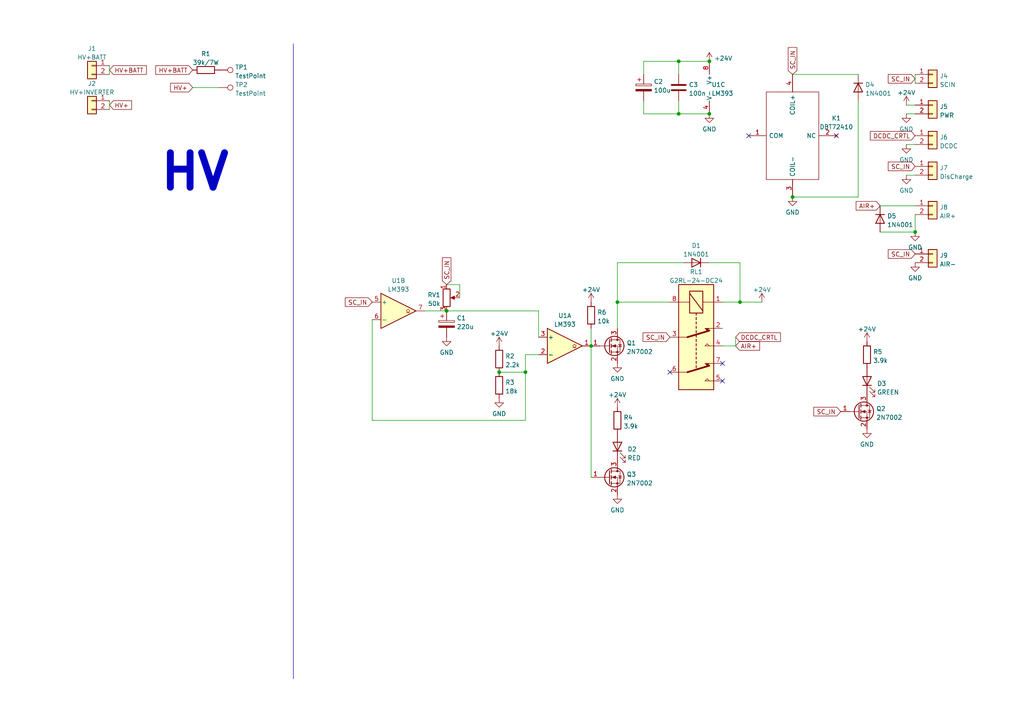
<source format=kicad_sch>
(kicad_sch (version 20230121) (generator eeschema)
  (paper "A4")
  (lib_symbols
    (symbol "Comparator:LM393" (pin_names (offset 0.127))
      (property "Reference" "U" (at 3.81 3.81 0))
      (property "Value" "LM393" (at 6.35 -3.81 0))
      (symbol "LM393_1_1"
        (polyline (pts (xy -5.08 5.08) (xy 5.08 0) (xy -5.08 -5.08) (xy -5.08 5.08)) (stroke (width 0.254)) (fill (type background)))
        (polyline (pts (xy 3.302 -0.508) (xy 2.794 -0.508) (xy 3.302 0) (xy 2.794 0.508) (xy 2.286 0) (xy 2.794 -0.508) (xy 2.286 -0.508)) (stroke (width 0.127)))
        (pin open_collector line (at 7.62 0 180) (length 2.54) (name "~") (number "1"))
        (pin input line (at -7.62 -2.54 0) (length 2.54) (name "-") (number "2"))
        (pin input line (at -7.62 2.54 0) (length 2.54) (name "+") (number "3"))
      )
      (symbol "LM393_2_1"
        (polyline (pts (xy -5.08 5.08) (xy 5.08 0) (xy -5.08 -5.08) (xy -5.08 5.08)) (stroke (width 0.254)) (fill (type background)))
        (polyline (pts (xy 3.302 -0.508) (xy 2.794 -0.508) (xy 3.302 0) (xy 2.794 0.508) (xy 2.286 0) (xy 2.794 -0.508) (xy 2.286 -0.508)) (stroke (width 0.127)))
        (pin input line (at -7.62 2.54 0) (length 2.54) (name "+") (number "5"))
        (pin input line (at -7.62 -2.54 0) (length 2.54) (name "-") (number "6"))
        (pin open_collector line (at 7.62 0 180) (length 2.54) (name "~") (number "7"))
      )
      (symbol "LM393_3_1"
        (pin power_in line (at -2.54 -7.62 90) (length 3.81) (name "V-") (number "4"))
        (pin power_in line (at -2.54 7.62 270) (length 3.81) (name "V+") (number "8"))
      )
    )
    (symbol "Connector:TestPoint" (pin_numbers hide) (pin_names (offset 0.762) hide)
      (property "Reference" "TP" (at 0 6.858 0))
      (property "Value" "TestPoint" (at 0 5.08 0))
      (symbol "TestPoint_0_1"
        (circle (center 0 3.302) (radius 0.762))
      )
      (symbol "TestPoint_1_1"
        (pin passive line (at 0 0 90) (length 2.54) (name "1") (number "1"))
      )
    )
    (symbol "Connector_Generic:Conn_01x02" (pin_names (offset 1.016) hide)
      (property "Reference" "J" (at 0 2.54 0))
      (property "Value" "Conn_01x02" (at 0 -5.08 0))
      (symbol "Conn_01x02_1_1"
        (rectangle (start -1.27 -2.413) (end 0 -2.667) (stroke (width 0.1524)))
        (rectangle (start -1.27 0.127) (end 0 -0.127) (stroke (width 0.1524)))
        (rectangle (start -1.27 1.27) (end 1.27 -3.81) (stroke (width 0.254)) (fill (type background)))
        (pin passive line (at -5.08 0 0) (length 3.81) (name "Pin_1") (number "1"))
        (pin passive line (at -5.08 -2.54 0) (length 3.81) (name "Pin_2") (number "2"))
      )
    )
    (symbol "Device:C" (pin_numbers hide) (pin_names (offset 0.254))
      (property "Reference" "C" (at 0.635 2.54 0))
      (property "Value" "C" (at 0.635 -2.54 0))
      (symbol "C_0_1"
        (polyline (pts (xy -2.032 -0.762) (xy 2.032 -0.762)) (stroke (width 0.508)))
        (polyline (pts (xy -2.032 0.762) (xy 2.032 0.762)) (stroke (width 0.508)))
      )
      (symbol "C_1_1"
        (pin passive line (at 0 3.81 270) (length 2.794) (name "~") (number "1"))
        (pin passive line (at 0 -3.81 90) (length 2.794) (name "~") (number "2"))
      )
    )
    (symbol "Device:C_Polarized" (pin_numbers hide) (pin_names (offset 0.254))
      (property "Reference" "C" (at 0.635 2.54 0))
      (property "Value" "C_Polarized" (at 0.635 -2.54 0))
      (symbol "C_Polarized_0_1"
        (rectangle (start -2.286 0.508) (end 2.286 1.016))
        (polyline (pts (xy -1.778 2.286) (xy -0.762 2.286)))
        (polyline (pts (xy -1.27 2.794) (xy -1.27 1.778)))
        (rectangle (start 2.286 -0.508) (end -2.286 -1.016) (fill (type outline)))
      )
      (symbol "C_Polarized_1_1"
        (pin passive line (at 0 3.81 270) (length 2.794) (name "~") (number "1"))
        (pin passive line (at 0 -3.81 90) (length 2.794) (name "~") (number "2"))
      )
    )
    (symbol "Device:D" (pin_numbers hide) (pin_names (offset 1.016) hide)
      (property "Reference" "D" (at 0 2.54 0))
      (property "Value" "D" (at 0 -2.54 0))
      (symbol "D_0_1"
        (polyline (pts (xy -1.27 1.27) (xy -1.27 -1.27)) (stroke (width 0.254)))
        (polyline (pts (xy 1.27 0) (xy -1.27 0)))
        (polyline (pts (xy 1.27 1.27) (xy 1.27 -1.27) (xy -1.27 0) (xy 1.27 1.27)) (stroke (width 0.254)))
      )
      (symbol "D_1_1"
        (pin passive line (at -3.81 0 0) (length 2.54) (name "K") (number "1"))
        (pin passive line (at 3.81 0 180) (length 2.54) (name "A") (number "2"))
      )
    )
    (symbol "Device:LED" (pin_numbers hide) (pin_names (offset 1.016) hide)
      (property "Reference" "D" (at 0 2.54 0))
      (property "Value" "LED" (at 0 -2.54 0))
      (symbol "LED_0_1"
        (polyline (pts (xy -1.27 -1.27) (xy -1.27 1.27)) (stroke (width 0.254)))
        (polyline (pts (xy -1.27 0) (xy 1.27 0)))
        (polyline (pts (xy 1.27 -1.27) (xy 1.27 1.27) (xy -1.27 0) (xy 1.27 -1.27)) (stroke (width 0.254)))
        (polyline (pts (xy -3.048 -0.762) (xy -4.572 -2.286) (xy -3.81 -2.286) (xy -4.572 -2.286) (xy -4.572 -1.524)))
        (polyline (pts (xy -1.778 -0.762) (xy -3.302 -2.286) (xy -2.54 -2.286) (xy -3.302 -2.286) (xy -3.302 -1.524)))
      )
      (symbol "LED_1_1"
        (pin passive line (at -3.81 0 0) (length 2.54) (name "K") (number "1"))
        (pin passive line (at 3.81 0 180) (length 2.54) (name "A") (number "2"))
      )
    )
    (symbol "Device:R" (pin_numbers hide) (pin_names (offset 0))
      (property "Reference" "R" (at 2.032 0 90))
      (property "Value" "R" (at 0 0 90))
      (symbol "R_0_1"
        (rectangle (start -1.016 -2.54) (end 1.016 2.54) (stroke (width 0.254)))
      )
      (symbol "R_1_1"
        (pin passive line (at 0 3.81 270) (length 1.27) (name "~") (number "1"))
        (pin passive line (at 0 -3.81 90) (length 1.27) (name "~") (number "2"))
      )
    )
    (symbol "Device:R_Potentiometer" (pin_names (offset 1.016) hide)
      (property "Reference" "RV" (at -4.445 0 90))
      (property "Value" "R_Potentiometer" (at -2.54 0 90))
      (symbol "R_Potentiometer_0_1"
        (polyline (pts (xy 2.54 0) (xy 1.524 0)))
        (polyline (pts (xy 1.143 0) (xy 2.286 0.508) (xy 2.286 -0.508) (xy 1.143 0)) (fill (type outline)))
        (rectangle (start 1.016 2.54) (end -1.016 -2.54) (stroke (width 0.254)))
      )
      (symbol "R_Potentiometer_1_1"
        (pin passive line (at 0 3.81 270) (length 1.27) (name "1") (number "1"))
        (pin passive line (at 3.81 0 180) (length 1.27) (name "2") (number "2"))
        (pin passive line (at 0 -3.81 90) (length 1.27) (name "3") (number "3"))
      )
    )
    (symbol "Relay:G2RL-24-DC24"
      (property "Reference" "RL" (at 16.51 3.81 0))
      (property "Value" "G2RL-24-DC24" (at 16.51 1.27 0))
      (symbol "G2RL-24-DC24_0_1"
        (rectangle (start -15.24 5.08) (end 15.24 -5.08) (stroke (width 0.254)) (fill (type background)))
        (rectangle (start -13.335 1.905) (end -6.985 -1.905) (stroke (width 0.254)))
        (polyline (pts (xy -12.7 -1.905) (xy -7.62 1.905)) (stroke (width 0.254)))
        (polyline (pts (xy -10.16 -5.08) (xy -10.16 -1.905)))
        (polyline (pts (xy -10.16 5.08) (xy -10.16 1.905)))
        (polyline (pts (xy -6.985 0) (xy -6.35 0)) (stroke (width 0.254)))
        (polyline (pts (xy -5.715 0) (xy -5.08 0)) (stroke (width 0.254)))
        (polyline (pts (xy -4.445 0) (xy -3.81 0)) (stroke (width 0.254)))
        (polyline (pts (xy -3.175 0) (xy -2.54 0)) (stroke (width 0.254)))
        (polyline (pts (xy -1.905 0) (xy -1.27 0)) (stroke (width 0.254)))
        (polyline (pts (xy -0.635 0) (xy 0 0)) (stroke (width 0.254)))
        (polyline (pts (xy 0 -2.54) (xy -1.905 3.81)) (stroke (width 0.508)))
        (polyline (pts (xy 0 -2.54) (xy 0 -5.08)))
        (polyline (pts (xy 0.635 0) (xy 1.27 0)) (stroke (width 0.254)))
        (polyline (pts (xy 1.905 0) (xy 2.54 0)) (stroke (width 0.254)))
        (polyline (pts (xy 3.175 0) (xy 3.81 0)) (stroke (width 0.254)))
        (polyline (pts (xy 4.445 0) (xy 5.08 0)) (stroke (width 0.254)))
        (polyline (pts (xy 5.715 0) (xy 6.35 0)) (stroke (width 0.254)))
        (polyline (pts (xy 6.985 0) (xy 7.62 0)) (stroke (width 0.254)))
        (polyline (pts (xy 8.255 0) (xy 8.89 0)) (stroke (width 0.254)))
        (polyline (pts (xy 10.16 -2.54) (xy 8.255 3.81)) (stroke (width 0.508)))
        (polyline (pts (xy 10.16 -2.54) (xy 10.16 -5.08)))
        (polyline (pts (xy -2.54 5.08) (xy -2.54 2.54) (xy -1.905 3.175) (xy -2.54 3.81)) (fill (type outline)))
        (polyline (pts (xy 2.54 5.08) (xy 2.54 2.54) (xy 1.905 3.175) (xy 2.54 3.81)))
        (polyline (pts (xy 7.62 5.08) (xy 7.62 2.54) (xy 8.255 3.175) (xy 7.62 3.81)) (fill (type outline)))
        (polyline (pts (xy 12.7 5.08) (xy 12.7 2.54) (xy 12.065 3.175) (xy 12.7 3.81)))
      )
      (symbol "G2RL-24-DC24_1_1"
        (pin passive line (at -10.16 7.62 270) (length 2.54) (name "~") (number "1"))
        (pin passive line (at -2.54 7.62 270) (length 2.54) (name "~") (number "2"))
        (pin passive line (at 0 -7.62 90) (length 2.54) (name "~") (number "3"))
        (pin passive line (at 2.54 7.62 270) (length 2.54) (name "~") (number "4"))
        (pin passive line (at 12.7 7.62 270) (length 2.54) (name "~") (number "5"))
        (pin passive line (at 10.16 -7.62 90) (length 2.54) (name "~") (number "6"))
        (pin passive line (at 7.62 7.62 270) (length 2.54) (name "~") (number "7"))
        (pin passive line (at -10.16 -7.62 90) (length 2.54) (name "~") (number "8"))
      )
    )
    (symbol "SamacSys_Parts:DBT72410" (pin_names (offset 0.762))
      (property "Reference" "K" (at 21.59 17.78 0))
      (property "Value" "DBT72410" (at 21.59 15.24 0))
      (symbol "DBT72410_0_0"
        (pin passive line (at 0 0 0) (length 5.08) (name "COM") (number "1"))
        (pin no_connect line (at 25.4 0 180) (length 5.08) (name "NC") (number "2"))
        (pin passive line (at 12.7 -17.78 90) (length 5.08) (name "COIL-") (number "3"))
        (pin passive line (at 12.7 17.78 270) (length 5.08) (name "COIL+") (number "4"))
      )
      (symbol "DBT72410_0_1"
        (polyline (pts (xy 5.08 12.7) (xy 20.32 12.7) (xy 20.32 -12.7) (xy 5.08 -12.7) (xy 5.08 12.7)) (stroke (width 0.1524)))
      )
    )
    (symbol "Transistor_FET:2N7002" (pin_names hide)
      (property "Reference" "Q" (at 5.08 1.905 0))
      (property "Value" "2N7002" (at 5.08 0 0))
      (symbol "2N7002_0_1"
        (polyline (pts (xy 0.254 0) (xy -2.54 0)))
        (polyline (pts (xy 0.254 1.905) (xy 0.254 -1.905)) (stroke (width 0.254)))
        (polyline (pts (xy 0.762 -1.27) (xy 0.762 -2.286)) (stroke (width 0.254)))
        (polyline (pts (xy 0.762 0.508) (xy 0.762 -0.508)) (stroke (width 0.254)))
        (polyline (pts (xy 0.762 2.286) (xy 0.762 1.27)) (stroke (width 0.254)))
        (polyline (pts (xy 2.54 2.54) (xy 2.54 1.778)))
        (polyline (pts (xy 2.54 -2.54) (xy 2.54 0) (xy 0.762 0)))
        (polyline (pts (xy 0.762 -1.778) (xy 3.302 -1.778) (xy 3.302 1.778) (xy 0.762 1.778)))
        (polyline (pts (xy 1.016 0) (xy 2.032 0.381) (xy 2.032 -0.381) (xy 1.016 0)) (fill (type outline)))
        (polyline (pts (xy 2.794 0.508) (xy 2.921 0.381) (xy 3.683 0.381) (xy 3.81 0.254)))
        (polyline (pts (xy 3.302 0.381) (xy 2.921 -0.254) (xy 3.683 -0.254) (xy 3.302 0.381)))
        (circle (center 1.651 0) (radius 2.794) (stroke (width 0.254)))
        (circle (center 2.54 -1.778) (radius 0.254) (fill (type outline)))
        (circle (center 2.54 1.778) (radius 0.254) (fill (type outline)))
      )
      (symbol "2N7002_1_1"
        (pin input line (at -5.08 0 0) (length 2.54) (name "G") (number "1"))
        (pin passive line (at 2.54 -5.08 90) (length 2.54) (name "S") (number "2"))
        (pin passive line (at 2.54 5.08 270) (length 2.54) (name "D") (number "3"))
      )
    )
    (symbol "power:+24V" (power) (pin_names (offset 0))
      (property "Value" "+24V" (at 0 3.556 0))
      (symbol "+24V_0_1"
        (polyline (pts (xy -0.762 1.27) (xy 0 2.54)))
        (polyline (pts (xy 0 0) (xy 0 2.54)))
        (polyline (pts (xy 0 2.54) (xy 0.762 1.27)))
      )
      (symbol "+24V_1_1"
        (pin power_in line (at 0 0 90) (length 0) hide (name "+24V") (number "1"))
      )
    )
    (symbol "power:GND" (power) (pin_names (offset 0))
      (property "Value" "GND" (at 0 -3.81 0))
      (symbol "GND_0_1"
        (polyline (pts (xy 0 0) (xy 0 -1.27) (xy 1.27 -1.27) (xy 0 -2.54) (xy -1.27 -1.27) (xy 0 -1.27)))
      )
      (symbol "GND_1_1"
        (pin power_in line (at 0 0 270) (length 0) hide (name "GND") (number "1"))
      )
    )
  )
  (junction (at 129.54 90.17))
  (junction (at 179.07 87.63))
  (junction (at 152.4 107.95))
  (junction (at 229.87 57.15))
  (junction (at 205.74 33.02))
  (junction (at 196.85 17.78))
  (junction (at 144.78 107.95))
  (junction (at 214.63 87.63))
  (junction (at 205.74 17.78))
  (junction (at 265.43 67.31))
  (junction (at 196.85 33.02))
  (junction (at 171.45 100.33))
  (no_connect (at 209.55 110.49))
  (no_connect (at 242.57 39.37))
  (no_connect (at 217.17 39.37))
  (no_connect (at 194.31 107.95))
  (no_connect (at 209.55 105.41))
  (wire (pts (xy 248.92 57.15) (xy 229.87 57.15)))
  (wire (pts (xy 179.07 87.63) (xy 179.07 95.25)))
  (wire (pts (xy 31.75 29.21) (xy 31.75 31.75)))
  (wire (pts (xy 107.95 121.92) (xy 107.95 92.71)))
  (wire (pts (xy 229.87 21.59) (xy 248.92 21.59)))
  (wire (pts (xy 152.4 102.87) (xy 156.21 102.87)))
  (wire (pts (xy 156.21 90.17) (xy 129.54 90.17)))
  (wire (pts (xy 198.12 76.2) (xy 179.07 76.2)))
  (wire (pts (xy 186.69 21.59) (xy 186.69 17.78)))
  (wire (pts (xy 194.31 87.63) (xy 179.07 87.63)))
  (wire (pts (xy 152.4 121.92) (xy 107.95 121.92)))
  (polyline (pts (xy 85.09 12.7) (xy 85.09 196.85)))
  (wire (pts (xy 31.75 19.05) (xy 31.75 21.59)))
  (wire (pts (xy 262.89 30.48) (xy 265.43 30.48)))
  (wire (pts (xy 179.07 76.2) (xy 179.07 87.63)))
  (wire (pts (xy 171.45 100.33) (xy 171.45 138.43)))
  (wire (pts (xy 262.89 41.91) (xy 265.43 41.91)))
  (wire (pts (xy 265.43 21.59) (xy 265.43 24.13)))
  (wire (pts (xy 133.35 82.55) (xy 129.54 82.55)))
  (wire (pts (xy 213.36 100.33) (xy 209.55 100.33)))
  (wire (pts (xy 213.36 97.79) (xy 213.36 100.33)))
  (wire (pts (xy 186.69 29.21) (xy 186.69 33.02)))
  (wire (pts (xy 196.85 17.78) (xy 205.74 17.78)))
  (wire (pts (xy 196.85 21.59) (xy 196.85 17.78)))
  (wire (pts (xy 186.69 33.02) (xy 196.85 33.02)))
  (wire (pts (xy 196.85 29.21) (xy 196.85 33.02)))
  (wire (pts (xy 248.92 29.21) (xy 248.92 57.15)))
  (wire (pts (xy 196.85 33.02) (xy 205.74 33.02)))
  (wire (pts (xy 214.63 87.63) (xy 209.55 87.63)))
  (wire (pts (xy 265.43 62.23) (xy 265.43 67.31)))
  (wire (pts (xy 152.4 102.87) (xy 152.4 107.95)))
  (wire (pts (xy 262.89 50.8) (xy 265.43 50.8)))
  (wire (pts (xy 205.74 76.2) (xy 214.63 76.2)))
  (wire (pts (xy 152.4 107.95) (xy 152.4 121.92)))
  (wire (pts (xy 220.98 87.63) (xy 214.63 87.63)))
  (wire (pts (xy 55.88 25.4) (xy 63.5 25.4)))
  (wire (pts (xy 123.19 90.17) (xy 129.54 90.17)))
  (wire (pts (xy 255.27 59.69) (xy 265.43 59.69)))
  (wire (pts (xy 186.69 17.78) (xy 196.85 17.78)))
  (wire (pts (xy 133.35 86.36) (xy 133.35 82.55)))
  (wire (pts (xy 171.45 95.25) (xy 171.45 100.33)))
  (wire (pts (xy 144.78 107.95) (xy 152.4 107.95)))
  (wire (pts (xy 255.27 67.31) (xy 265.43 67.31)))
  (wire (pts (xy 262.89 33.02) (xy 265.43 33.02)))
  (wire (pts (xy 156.21 97.79) (xy 156.21 90.17)))
  (wire (pts (xy 214.63 76.2) (xy 214.63 87.63)))
  (text "HV" (at 45.72 55.88 0) (effects (font (size 10 10) (thickness 2) bold) (justify left bottom)))
  (global_label "SC_IN" (shape input) (at 107.95 87.63 180) (property "Intersheetrefs" "${INTERSHEET_REFS}" (effects hide)))
  (global_label "SC_IN" (shape input) (at 243.84 119.38 180) (property "Intersheetrefs" "${INTERSHEET_REFS}" (effects hide)))
  (global_label "SC_IN" (shape input) (at 265.43 73.66 180) (property "Intersheetrefs" "${INTERSHEET_REFS}" (effects hide)))
  (global_label "SC_IN" (shape input) (at 129.54 82.55 90) (property "Intersheetrefs" "${INTERSHEET_REFS}" (effects hide)))
  (global_label "SC_IN" (shape input) (at 194.31 97.79 180) (property "Intersheetrefs" "${INTERSHEET_REFS}" (effects hide)))
  (global_label "HV+BATT" (shape input) (at 55.88 20.32 180) (property "Intersheetrefs" "${INTERSHEET_REFS}" (effects hide)))
  (global_label "DCDC_CRTL" (shape input) (at 213.36 97.79 0) (property "Intersheetrefs" "${INTERSHEET_REFS}" (effects hide)))
  (global_label "HV+" (shape input) (at 55.88 25.4 180) (property "Intersheetrefs" "${INTERSHEET_REFS}" (effects hide)))
  (global_label "HV+BATT" (shape input) (at 31.75 20.32 0) (property "Intersheetrefs" "${INTERSHEET_REFS}" (effects hide)))
  (global_label "SC_IN" (shape input) (at 265.43 22.86 180) (property "Intersheetrefs" "${INTERSHEET_REFS}" (effects hide)))
  (global_label "SC_IN" (shape input) (at 229.87 21.59 90) (property "Intersheetrefs" "${INTERSHEET_REFS}" (effects hide)))
  (global_label "DCDC_CRTL" (shape input) (at 265.43 39.37 180) (property "Intersheetrefs" "${INTERSHEET_REFS}" (effects hide)))
  (global_label "SC_IN" (shape input) (at 265.43 48.26 180) (property "Intersheetrefs" "${INTERSHEET_REFS}" (effects hide)))
  (global_label "AIR+" (shape input) (at 255.27 59.69 180) (property "Intersheetrefs" "${INTERSHEET_REFS}" (effects hide)))
  (global_label "HV+" (shape input) (at 31.75 30.48 0) (property "Intersheetrefs" "${INTERSHEET_REFS}" (effects hide)))
  (global_label "AIR+" (shape input) (at 213.36 100.33 0) (property "Intersheetrefs" "${INTERSHEET_REFS}" (effects hide)))
  (symbol (lib_id "Transistor_FET:2N7002") (at 176.53 138.43 0) (unit 1)
    (property "Reference" "Q3" (at 181.737 137.5953 0) (effects (justify left)))
    (property "Value" "2N7002" (at 181.737 140.1322 0) (effects (justify left)))
    (property "Footprint" "Package_TO_SOT_SMD:SOT-23" (effects hide))
    (property "Datasheet" "https://www.onsemi.com/pub/Collateral/NDS7002A-D.PDF" (effects hide))
  )
  (symbol (lib_id "power:GND") (at 262.89 41.91 0) (unit 1)
    (property "Reference" "#PWR0103" (effects hide))
    (property "Value" "GND" (at 262.89 46.3534 0))
  )
  (symbol (lib_id "power:GND") (at 251.46 124.46 0) (unit 1)
    (property "Reference" "#PWR0116" (effects hide))
    (property "Value" "GND" (at 251.46 128.9034 0))
  )
  (symbol (lib_id "Device:R") (at 59.69 20.32 90) (unit 1)
    (property "Reference" "R1" (at 59.69 15.6042 90))
    (property "Value" "39k/7W" (at 59.69 18.1411 90))
    (property "Footprint" "SamacSys_Parts:RESM24595X990N" (effects hide))
  )
  (symbol (lib_id "Device:D") (at 248.92 25.4 90) (mirror x) (unit 1)
    (property "Reference" "D4" (at 250.952 24.5653 90) (effects (justify right)))
    (property "Value" "1N4001" (at 250.952 27.1022 90) (effects (justify right)))
    (property "Footprint" "Diode_THT:D_DO-41_SOD81_P10.16mm_Horizontal" (effects hide))
  )
  (symbol (lib_id "SamacSys_Parts:DBT72410") (at 217.17 39.37 0) (unit 1)
    (property "Reference" "K1" (at 242.57 34.2931 0))
    (property "Value" "DBT72410" (at 242.57 36.83 0))
    (property "Footprint" "SamacSys_Parts:DBT72410" (effects hide))
    (property "Datasheet" "https://www.cynergy3.com/sites/default/files/cynergy3-d-pcb-v3.pdf" (effects hide))
    (property "Description" "SPST-NC Reed Relay, 2 A, 24V dc" (effects hide))
    (property "Height" "18.5" (effects hide))
    (property "Manufacturer_Name" "Cynergy3" (effects hide))
    (property "Manufacturer_Part_Number" "DBT72410" (effects hide))
  )
  (symbol (lib_id "power:+24V") (at 171.45 87.63 0) (unit 1)
    (property "Reference" "#PWR0119" (effects hide))
    (property "Value" "+24V" (at 171.45 84.0542 0))
  )
  (symbol (lib_id "Connector_Generic:Conn_01x02") (at 270.51 39.37 0) (unit 1)
    (property "Reference" "J6" (at 272.542 39.8053 0) (effects (justify left)))
    (property "Value" "DCDC" (at 272.542 42.3422 0) (effects (justify left)))
    (property "Footprint" "SamacSys_Parts:DF33C2P33DSA24" (effects hide))
  )
  (symbol (lib_id "Comparator:LM393") (at 208.28 25.4 0) (unit 3)
    (property "Reference" "U1" (at 206.375 24.5653 0) (effects (justify left)))
    (property "Value" "LM393" (at 206.375 27.1022 0) (effects (justify left)))
    (property "Footprint" "Package_SO:SOIC-8_3.9x4.9mm_P1.27mm" (effects hide))
    (property "Datasheet" "http://www.ti.com/lit/ds/symlink/lm393.pdf" (effects hide))
  )
  (symbol (lib_id "power:+24V") (at 251.46 99.06 0) (unit 1)
    (property "Reference" "#PWR0111" (effects hide))
    (property "Value" "+24V" (at 251.46 95.4842 0))
  )
  (symbol (lib_id "power:GND") (at 229.87 57.15 0) (unit 1)
    (property "Reference" "#PWR0104" (effects hide))
    (property "Value" "GND" (at 229.87 61.5934 0))
  )
  (symbol (lib_id "Connector:TestPoint") (at 63.5 25.4 270) (unit 1)
    (property "Reference" "TP2" (at 68.199 24.5653 90) (effects (justify left)))
    (property "Value" "TestPoint" (at 68.199 27.1022 90) (effects (justify left)))
    (property "Footprint" "TestPoint:TestPoint_Loop_D2.50mm_Drill1.85mm" (effects hide))
  )
  (symbol (lib_id "Comparator:LM393") (at 163.83 100.33 0) (unit 1)
    (property "Reference" "U1" (at 163.83 91.5502 0))
    (property "Value" "LM393" (at 163.83 94.0871 0))
    (property "Footprint" "Package_SO:SOIC-8_3.9x4.9mm_P1.27mm" (effects hide))
    (property "Datasheet" "http://www.ti.com/lit/ds/symlink/lm393.pdf" (effects hide))
  )
  (symbol (lib_id "Connector_Generic:Conn_01x02") (at 270.51 59.69 0) (unit 1)
    (property "Reference" "J8" (at 272.542 60.1253 0) (effects (justify left)))
    (property "Value" "AIR+" (at 272.542 62.6622 0) (effects (justify left)))
    (property "Footprint" "SamacSys_Parts:DF33C2P33DSA24" (effects hide))
  )
  (symbol (lib_id "power:GND") (at 205.74 33.02 0) (unit 1)
    (property "Reference" "#PWR0102" (effects hide))
    (property "Value" "GND" (at 205.74 37.4634 0))
  )
  (symbol (lib_id "power:+24V") (at 205.74 17.78 0) (mirror y) (unit 1)
    (property "Reference" "#PWR0101" (effects hide))
    (property "Value" "+24V" (at 207.137 16.9438 0) (effects (justify right)))
  )
  (symbol (lib_id "Device:R") (at 144.78 111.76 0) (unit 1)
    (property "Reference" "R3" (at 146.558 110.9253 0) (effects (justify left)))
    (property "Value" "18k" (at 146.558 113.4622 0) (effects (justify left)))
    (property "Footprint" "Resistor_SMD:R_0805_2012Metric_Pad1.20x1.40mm_HandSolder" (effects hide))
  )
  (symbol (lib_id "Device:D") (at 201.93 76.2 180) (unit 1)
    (property "Reference" "D1" (at 201.93 71.2302 0))
    (property "Value" "1N4001" (at 201.93 73.7671 0))
    (property "Footprint" "Diode_THT:D_DO-41_SOD81_P10.16mm_Horizontal" (effects hide))
  )
  (symbol (lib_id "power:GND") (at 179.07 143.51 0) (unit 1)
    (property "Reference" "#PWR0112" (effects hide))
    (property "Value" "GND" (at 179.07 147.9534 0))
  )
  (symbol (lib_id "Connector_Generic:Conn_01x02") (at 270.51 73.66 0) (unit 1)
    (property "Reference" "J9" (at 272.542 74.0953 0) (effects (justify left)))
    (property "Value" "AIR-" (at 272.542 76.6322 0) (effects (justify left)))
    (property "Footprint" "SamacSys_Parts:DF33C2P33DSA24" (effects hide))
  )
  (symbol (lib_id "Connector_Generic:Conn_01x02") (at 26.67 19.05 0) (mirror y) (unit 1)
    (property "Reference" "J1" (at 26.67 14.0802 0))
    (property "Value" "HV+BATT" (at 26.67 16.6171 0))
    (property "Footprint" "SamacSys_Parts:DF33C2P33DSA24" (effects hide))
  )
  (symbol (lib_id "Device:LED") (at 179.07 129.54 90) (unit 1)
    (property "Reference" "D2" (at 181.991 130.2928 90) (effects (justify right)))
    (property "Value" "RED" (at 181.991 132.8297 90) (effects (justify right)))
    (property "Footprint" "LED_SMD:LED_0805_2012Metric_Pad1.15x1.40mm_HandSolder" (effects hide))
  )
  (symbol (lib_id "Device:R_Potentiometer") (at 129.54 86.36 0) (unit 1)
    (property "Reference" "RV1" (at 127.7621 85.5253 0) (effects (justify right)))
    (property "Value" "50k" (at 127.7621 88.0622 0) (effects (justify right)))
    (property "Footprint" "Potentiometer_THT:Potentiometer_Bourns_3386P_Vertical" (effects hide))
  )
  (symbol (lib_id "power:+24V") (at 179.07 118.11 0) (unit 1)
    (property "Reference" "#PWR0115" (effects hide))
    (property "Value" "+24V" (at 179.07 114.5342 0))
  )
  (symbol (lib_id "power:GND") (at 144.78 115.57 0) (unit 1)
    (property "Reference" "#PWR0110" (effects hide))
    (property "Value" "GND" (at 144.78 120.0134 0))
  )
  (symbol (lib_id "Comparator:LM393") (at 115.57 90.17 0) (unit 2)
    (property "Reference" "U1" (at 115.57 81.3902 0))
    (property "Value" "LM393" (at 115.57 83.9271 0))
    (property "Footprint" "Package_SO:SOIC-8_3.9x4.9mm_P1.27mm" (effects hide))
    (property "Datasheet" "http://www.ti.com/lit/ds/symlink/lm393.pdf" (effects hide))
  )
  (symbol (lib_id "Relay:G2RL-24-DC24") (at 201.93 97.79 270) (unit 1)
    (property "Reference" "RL1" (at 201.93 78.8502 90))
    (property "Value" "G2RL-24-DC24" (at 201.93 81.3871 90))
    (property "Footprint" "Relay_THT:Relay_DPDT_Omron_G2RL" (effects hide))
    (property "Datasheet" "https://omronfs.omron.com/en_US/ecb/products/pdf/en-g2rl.pdf" (effects hide))
  )
  (symbol (lib_id "Device:D") (at 255.27 63.5 90) (mirror x) (unit 1)
    (property "Reference" "D5" (at 257.302 62.6653 90) (effects (justify right)))
    (property "Value" "1N4001" (at 257.302 65.2022 90) (effects (justify right)))
    (property "Footprint" "Diode_THT:D_DO-41_SOD81_P10.16mm_Horizontal" (effects hide))
  )
  (symbol (lib_id "Transistor_FET:2N7002") (at 176.53 100.33 0) (unit 1)
    (property "Reference" "Q1" (at 181.737 99.4953 0) (effects (justify left)))
    (property "Value" "2N7002" (at 181.737 102.0322 0) (effects (justify left)))
    (property "Footprint" "Package_TO_SOT_SMD:SOT-23" (effects hide))
    (property "Datasheet" "https://www.onsemi.com/pub/Collateral/NDS7002A-D.PDF" (effects hide))
  )
  (symbol (lib_id "Device:C") (at 196.85 25.4 0) (unit 1)
    (property "Reference" "C3" (at 199.771 24.5653 0) (effects (justify left)))
    (property "Value" "100n" (at 199.771 27.1022 0) (effects (justify left)))
    (property "Footprint" "Capacitor_SMD:C_0805_2012Metric_Pad1.18x1.45mm_HandSolder" (effects hide))
  )
  (symbol (lib_id "power:GND") (at 262.89 50.8 0) (unit 1)
    (property "Reference" "#PWR0107" (effects hide))
    (property "Value" "GND" (at 262.89 55.2434 0))
  )
  (symbol (lib_id "power:+24V") (at 144.78 100.33 0) (unit 1)
    (property "Reference" "#PWR0117" (effects hide))
    (property "Value" "+24V" (at 144.78 96.7542 0))
  )
  (symbol (lib_id "power:GND") (at 129.54 97.79 0) (unit 1)
    (property "Reference" "#PWR0118" (effects hide))
    (property "Value" "GND" (at 129.54 102.2334 0))
  )
  (symbol (lib_id "Connector_Generic:Conn_01x02") (at 270.51 48.26 0) (unit 1)
    (property "Reference" "J7" (at 272.542 48.6953 0) (effects (justify left)))
    (property "Value" "DisCharge" (at 272.542 51.2322 0) (effects (justify left)))
    (property "Footprint" "SamacSys_Parts:DF33C2P33DSA24" (effects hide))
  )
  (symbol (lib_id "Device:C_Polarized") (at 129.54 93.98 0) (unit 1)
    (property "Reference" "C1" (at 132.461 92.2563 0) (effects (justify left)))
    (property "Value" "220u" (at 132.461 94.7932 0) (effects (justify left)))
    (property "Footprint" "Capacitor_SMD:CP_Elec_10x10" (effects hide))
  )
  (symbol (lib_id "Device:R") (at 144.78 104.14 0) (unit 1)
    (property "Reference" "R2" (at 146.558 103.3053 0) (effects (justify left)))
    (property "Value" "2.2k" (at 146.558 105.8422 0) (effects (justify left)))
    (property "Footprint" "Resistor_SMD:R_0805_2012Metric_Pad1.20x1.40mm_HandSolder" (effects hide))
  )
  (symbol (lib_id "power:GND") (at 265.43 76.2 0) (unit 1)
    (property "Reference" "#PWR0109" (effects hide))
    (property "Value" "GND" (at 265.43 80.6434 0))
  )
  (symbol (lib_id "power:+24V") (at 220.98 87.63 0) (unit 1)
    (property "Reference" "#PWR0114" (effects hide))
    (property "Value" "+24V" (at 220.98 84.0542 0))
  )
  (symbol (lib_id "Device:R") (at 179.07 121.92 0) (unit 1)
    (property "Reference" "R4" (at 180.848 121.0853 0) (effects (justify left)))
    (property "Value" "3.9k" (at 180.848 123.6222 0) (effects (justify left)))
    (property "Footprint" "Resistor_SMD:R_0805_2012Metric_Pad1.20x1.40mm_HandSolder" (effects hide))
  )
  (symbol (lib_id "Connector_Generic:Conn_01x02") (at 270.51 21.59 0) (unit 1)
    (property "Reference" "J4" (at 272.542 22.0253 0) (effects (justify left)))
    (property "Value" "SCIN" (at 272.542 24.5622 0) (effects (justify left)))
    (property "Footprint" "SamacSys_Parts:DF33C2P33DSA24" (effects hide))
  )
  (symbol (lib_id "power:GND") (at 262.89 33.02 0) (unit 1)
    (property "Reference" "#PWR0106" (effects hide))
    (property "Value" "GND" (at 262.89 37.4634 0))
  )
  (symbol (lib_id "Connector:TestPoint") (at 63.5 20.32 270) (unit 1)
    (property "Reference" "TP1" (at 68.199 19.4853 90) (effects (justify left)))
    (property "Value" "TestPoint" (at 68.199 22.0222 90) (effects (justify left)))
    (property "Footprint" "TestPoint:TestPoint_Loop_D2.50mm_Drill1.85mm" (effects hide))
  )
  (symbol (lib_id "Device:C_Polarized") (at 186.69 25.4 0) (unit 1)
    (property "Reference" "C2" (at 189.611 23.6763 0) (effects (justify left)))
    (property "Value" "100u" (at 189.611 26.2132 0) (effects (justify left)))
    (property "Footprint" "Capacitor_SMD:CP_Elec_10x10" (effects hide))
  )
  (symbol (lib_id "Device:LED") (at 251.46 110.49 90) (unit 1)
    (property "Reference" "D3" (at 254.381 111.2428 90) (effects (justify right)))
    (property "Value" "GREEN" (at 254.381 113.7797 90) (effects (justify right)))
    (property "Footprint" "LED_SMD:LED_0805_2012Metric_Pad1.15x1.40mm_HandSolder" (effects hide))
  )
  (symbol (lib_id "power:+24V") (at 262.89 30.48 0) (unit 1)
    (property "Reference" "#PWR0105" (effects hide))
    (property "Value" "+24V" (at 262.89 26.9042 0))
  )
  (symbol (lib_id "power:GND") (at 179.07 105.41 0) (unit 1)
    (property "Reference" "#PWR0113" (effects hide))
    (property "Value" "GND" (at 179.07 109.8534 0))
  )
  (symbol (lib_id "Connector_Generic:Conn_01x02") (at 26.67 29.21 0) (mirror y) (unit 1)
    (property "Reference" "J2" (at 26.67 24.2402 0))
    (property "Value" "HV+INVERTER" (at 26.67 26.7771 0))
    (property "Footprint" "SamacSys_Parts:DF33C2P33DSA24" (effects hide))
  )
  (symbol (lib_id "Device:R") (at 251.46 102.87 0) (unit 1)
    (property "Reference" "R5" (at 253.238 102.0353 0) (effects (justify left)))
    (property "Value" "3.9k" (at 253.238 104.5722 0) (effects (justify left)))
    (property "Footprint" "Resistor_SMD:R_0805_2012Metric_Pad1.20x1.40mm_HandSolder" (effects hide))
  )
  (symbol (lib_id "Connector_Generic:Conn_01x02") (at 270.51 30.48 0) (unit 1)
    (property "Reference" "J5" (at 272.542 30.9153 0) (effects (justify left)))
    (property "Value" "PWR" (at 272.542 33.4522 0) (effects (justify left)))
    (property "Footprint" "SamacSys_Parts:DF33C2P33DSA24" (effects hide))
  )
  (symbol (lib_id "Transistor_FET:2N7002") (at 248.92 119.38 0) (unit 1)
    (property "Reference" "Q2" (at 254.127 118.5453 0) (effects (justify left)))
    (property "Value" "2N7002" (at 254.127 121.0822 0) (effects (justify left)))
    (property "Footprint" "Package_TO_SOT_SMD:SOT-23" (effects hide))
    (property "Datasheet" "https://www.onsemi.com/pub/Collateral/NDS7002A-D.PDF" (effects hide))
  )
  (symbol (lib_id "Device:R") (at 171.45 91.44 0) (unit 1)
    (property "Reference" "R6" (at 173.228 90.6053 0) (effects (justify left)))
    (property "Value" "10k" (at 173.228 93.1422 0) (effects (justify left)))
    (property "Footprint" "Resistor_SMD:R_0805_2012Metric_Pad1.20x1.40mm_HandSolder" (effects hide))
  )
  (symbol (lib_id "power:GND") (at 265.43 67.31 0) (unit 1)
    (property "Reference" "#PWR0108" (effects hide))
    (property "Value" "GND" (at 265.43 71.7534 0))
  )
)
</source>
